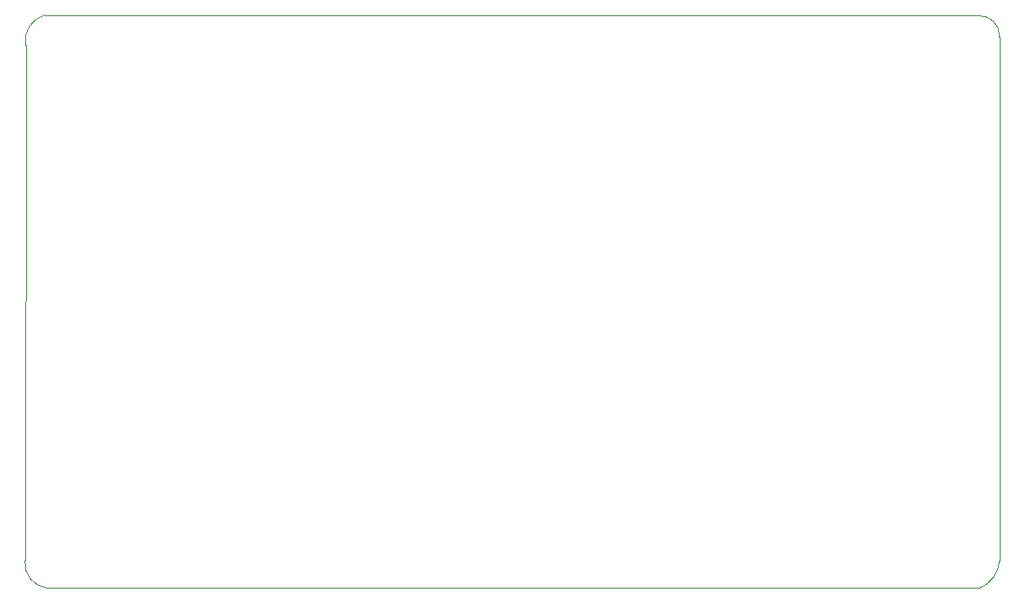
<source format=gbr>
%TF.GenerationSoftware,KiCad,Pcbnew,(6.0.6)*%
%TF.CreationDate,2023-06-02T12:55:39+02:00*%
%TF.ProjectId,X68KFDUINO,5836384b-4644-4554-994e-4f2e6b696361,rev?*%
%TF.SameCoordinates,Original*%
%TF.FileFunction,Profile,NP*%
%FSLAX46Y46*%
G04 Gerber Fmt 4.6, Leading zero omitted, Abs format (unit mm)*
G04 Created by KiCad (PCBNEW (6.0.6)) date 2023-06-02 12:55:39*
%MOMM*%
%LPD*%
G01*
G04 APERTURE LIST*
%TA.AperFunction,Profile*%
%ADD10C,0.100000*%
%TD*%
G04 APERTURE END LIST*
D10*
X110238340Y-47678934D02*
G75*
G03*
X108458000Y-50546000I681960J-2409766D01*
G01*
X197866000Y-47752000D02*
X110238344Y-47678949D01*
X108385013Y-99060005D02*
G75*
G03*
X110518956Y-101600000I2336887J-203095D01*
G01*
X108458000Y-50546000D02*
X108384950Y-99060000D01*
X198120028Y-101600055D02*
G75*
G03*
X200000006Y-99060000I-1087928J2770955D01*
G01*
X200000006Y-99060000D02*
X200000006Y-49784000D01*
X110518956Y-101600000D02*
X198120000Y-101600000D01*
X199999982Y-49783999D02*
G75*
G03*
X197866000Y-47752000I-1886082J155799D01*
G01*
M02*

</source>
